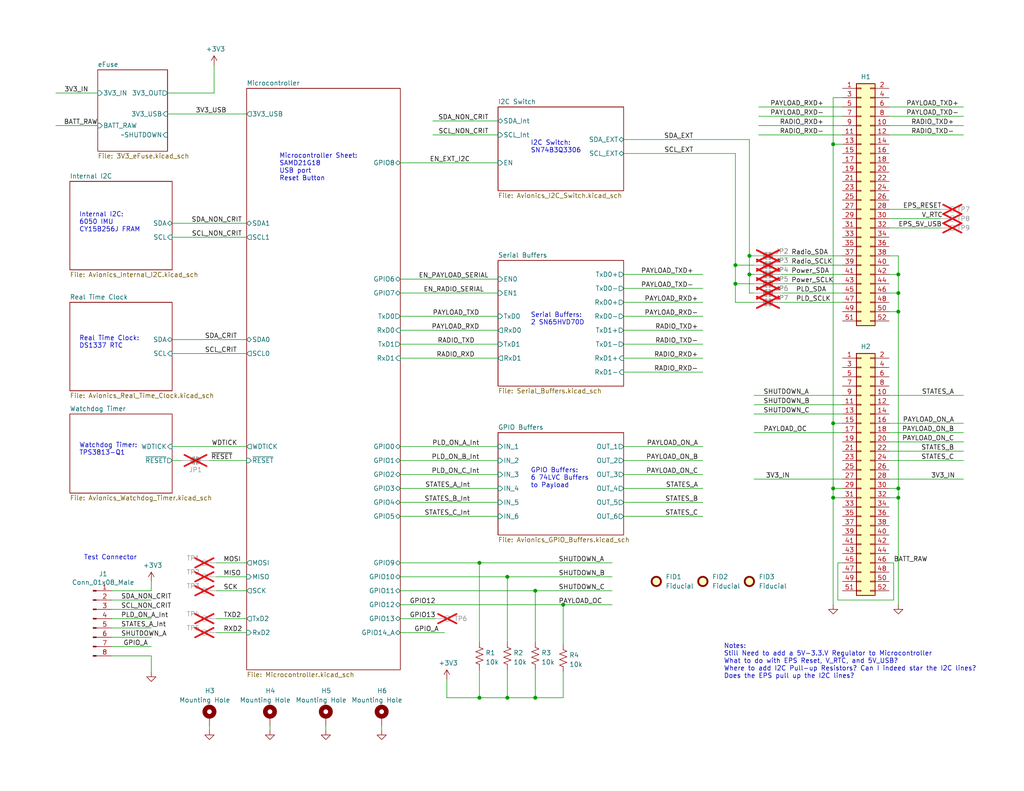
<source format=kicad_sch>
(kicad_sch (version 20231120) (generator "eeschema") (generator_version "8.0")
  (paper "A")
  (title_block (title "Avionics Board") (rev "A") (company "SilverSat Limited"))
  (lib_symbols
    (symbol "Connector:Conn_01x08_Male" (pin_names (offset 1.016) hide)
      (property "Reference" "J" (at 0 10.16 0))
      (property "Value" "Conn_01x08_Male" (at 0 -12.7 0))
      (symbol "Conn_01x08_Male_1_1"
        (polyline (pts (xy 1.27 -10.16) (xy 0.8636 -10.16)) (stroke (width 0.1524)))
        (polyline (pts (xy 1.27 -7.62) (xy 0.8636 -7.62)) (stroke (width 0.1524)))
        (polyline (pts (xy 1.27 -5.08) (xy 0.8636 -5.08)) (stroke (width 0.1524)))
        (polyline (pts (xy 1.27 -2.54) (xy 0.8636 -2.54)) (stroke (width 0.1524)))
        (polyline (pts (xy 1.27 0) (xy 0.8636 0)) (stroke (width 0.1524)))
        (polyline (pts (xy 1.27 2.54) (xy 0.8636 2.54)) (stroke (width 0.1524)))
        (polyline (pts (xy 1.27 5.08) (xy 0.8636 5.08)) (stroke (width 0.1524)))
        (polyline (pts (xy 1.27 7.62) (xy 0.8636 7.62)) (stroke (width 0.1524)))
        (rectangle (start 0.8636 -10.033) (end 0 -10.287) (stroke (width 0.1524)) (fill (type outline)))
        (rectangle (start 0.8636 -7.493) (end 0 -7.747) (stroke (width 0.1524)) (fill (type outline)))
        (rectangle (start 0.8636 -4.953) (end 0 -5.207) (stroke (width 0.1524)) (fill (type outline)))
        (rectangle (start 0.8636 -2.413) (end 0 -2.667) (stroke (width 0.1524)) (fill (type outline)))
        (rectangle (start 0.8636 0.127) (end 0 -0.127) (stroke (width 0.1524)) (fill (type outline)))
        (rectangle (start 0.8636 2.667) (end 0 2.413) (stroke (width 0.1524)) (fill (type outline)))
        (rectangle (start 0.8636 5.207) (end 0 4.953) (stroke (width 0.1524)) (fill (type outline)))
        (rectangle (start 0.8636 7.747) (end 0 7.493) (stroke (width 0.1524)) (fill (type outline)))
        (pin passive line (at 5.08 7.62 180) (length 3.81) (name "Pin_1") (number "1"))
        (pin passive line (at 5.08 5.08 180) (length 3.81) (name "Pin_2") (number "2"))
        (pin passive line (at 5.08 2.54 180) (length 3.81) (name "Pin_3") (number "3"))
        (pin passive line (at 5.08 0 180) (length 3.81) (name "Pin_4") (number "4"))
        (pin passive line (at 5.08 -2.54 180) (length 3.81) (name "Pin_5") (number "5"))
        (pin passive line (at 5.08 -5.08 180) (length 3.81) (name "Pin_6") (number "6"))
        (pin passive line (at 5.08 -7.62 180) (length 3.81) (name "Pin_7") (number "7"))
        (pin passive line (at 5.08 -10.16 180) (length 3.81) (name "Pin_8") (number "8"))
      )
    )
    (symbol "Connector:TestPoint" (pin_numbers hide) (pin_names (offset 0.762) hide)
      (property "Reference" "TP" (at 0 6.858 0))
      (property "Value" "TestPoint" (at 0 5.08 0))
      (symbol "TestPoint_0_1"
        (circle (center 0 3.302) (radius 0.762))
      )
      (symbol "TestPoint_1_1"
        (pin passive line (at 0 0 90) (length 2.54) (name "1") (number "1"))
      )
    )
    (symbol "Connector_Generic:Conn_02x26_Odd_Even" (pin_names (offset 1.016) hide)
      (property "Reference" "J" (at 1.27 33.02 0))
      (property "Value" "Conn_02x26_Odd_Even" (at 1.27 -35.56 0))
      (symbol "Conn_02x26_Odd_Even_1_1"
        (rectangle (start -1.27 -32.893) (end 0 -33.147) (stroke (width 0.1524)))
        (rectangle (start -1.27 -30.353) (end 0 -30.607) (stroke (width 0.1524)))
        (rectangle (start -1.27 -27.813) (end 0 -28.067) (stroke (width 0.1524)))
        (rectangle (start -1.27 -25.273) (end 0 -25.527) (stroke (width 0.1524)))
        (rectangle (start -1.27 -22.733) (end 0 -22.987) (stroke (width 0.1524)))
        (rectangle (start -1.27 -20.193) (end 0 -20.447) (stroke (width 0.1524)))
        (rectangle (start -1.27 -17.653) (end 0 -17.907) (stroke (width 0.1524)))
        (rectangle (start -1.27 -15.113) (end 0 -15.367) (stroke (width 0.1524)))
        (rectangle (start -1.27 -12.573) (end 0 -12.827) (stroke (width 0.1524)))
        (rectangle (start -1.27 -10.033) (end 0 -10.287) (stroke (width 0.1524)))
        (rectangle (start -1.27 -7.493) (end 0 -7.747) (stroke (width 0.1524)))
        (rectangle (start -1.27 -4.953) (end 0 -5.207) (stroke (width 0.1524)))
        (rectangle (start -1.27 -2.413) (end 0 -2.667) (stroke (width 0.1524)))
        (rectangle (start -1.27 0.127) (end 0 -0.127) (stroke (width 0.1524)))
        (rectangle (start -1.27 2.667) (end 0 2.413) (stroke (width 0.1524)))
        (rectangle (start -1.27 5.207) (end 0 4.953) (stroke (width 0.1524)))
        (rectangle (start -1.27 7.747) (end 0 7.493) (stroke (width 0.1524)))
        (rectangle (start -1.27 10.287) (end 0 10.033) (stroke (width 0.1524)))
        (rectangle (start -1.27 12.827) (end 0 12.573) (stroke (width 0.1524)))
        (rectangle (start -1.27 15.367) (end 0 15.113) (stroke (width 0.1524)))
        (rectangle (start -1.27 17.907) (end 0 17.653) (stroke (width 0.1524)))
        (rectangle (start -1.27 20.447) (end 0 20.193) (stroke (width 0.1524)))
        (rectangle (start -1.27 22.987) (end 0 22.733) (stroke (width 0.1524)))
        (rectangle (start -1.27 25.527) (end 0 25.273) (stroke (width 0.1524)))
        (rectangle (start -1.27 28.067) (end 0 27.813) (stroke (width 0.1524)))
        (rectangle (start -1.27 30.607) (end 0 30.353) (stroke (width 0.1524)))
        (rectangle (start -1.27 31.75) (end 3.81 -34.29) (stroke (width 0.254)) (fill (type background)))
        (rectangle (start 3.81 -32.893) (end 2.54 -33.147) (stroke (width 0.1524)))
        (rectangle (start 3.81 -30.353) (end 2.54 -30.607) (stroke (width 0.1524)))
        (rectangle (start 3.81 -27.813) (end 2.54 -28.067) (stroke (width 0.1524)))
        (rectangle (start 3.81 -25.273) (end 2.54 -25.527) (stroke (width 0.1524)))
        (rectangle (start 3.81 -22.733) (end 2.54 -22.987) (stroke (width 0.1524)))
        (rectangle (start 3.81 -20.193) (end 2.54 -20.447) (stroke (width 0.1524)))
        (rectangle (start 3.81 -17.653) (end 2.54 -17.907) (stroke (width 0.1524)))
        (rectangle (start 3.81 -15.113) (end 2.54 -15.367) (stroke (width 0.1524)))
        (rectangle (start 3.81 -12.573) (end 2.54 -12.827) (stroke (width 0.1524)))
        (rectangle (start 3.81 -10.033) (end 2.54 -10.287) (stroke (width 0.1524)))
        (rectangle (start 3.81 -7.493) (end 2.54 -7.747) (stroke (width 0.1524)))
        (rectangle (start 3.81 -4.953) (end 2.54 -5.207) (stroke (width 0.1524)))
        (rectangle (start 3.81 -2.413) (end 2.54 -2.667) (stroke (width 0.1524)))
        (rectangle (start 3.81 0.127) (end 2.54 -0.127) (stroke (width 0.1524)))
        (rectangle (start 3.81 2.667) (end 2.54 2.413) (stroke (width 0.1524)))
        (rectangle (start 3.81 5.207) (end 2.54 4.953) (stroke (width 0.1524)))
        (rectangle (start 3.81 7.747) (end 2.54 7.493) (stroke (width 0.1524)))
        (rectangle (start 3.81 10.287) (end 2.54 10.033) (stroke (width 0.1524)))
        (rectangle (start 3.81 12.827) (end 2.54 12.573) (stroke (width 0.1524)))
        (rectangle (start 3.81 15.367) (end 2.54 15.113) (stroke (width 0.1524)))
        (rectangle (start 3.81 17.907) (end 2.54 17.653) (stroke (width 0.1524)))
        (rectangle (start 3.81 20.447) (end 2.54 20.193) (stroke (width 0.1524)))
        (rectangle (start 3.81 22.987) (end 2.54 22.733) (stroke (width 0.1524)))
        (rectangle (start 3.81 25.527) (end 2.54 25.273) (stroke (width 0.1524)))
        (rectangle (start 3.81 28.067) (end 2.54 27.813) (stroke (width 0.1524)))
        (rectangle (start 3.81 30.607) (end 2.54 30.353) (stroke (width 0.1524)))
        (pin passive line (at -5.08 30.48 0) (length 3.81) (name "Pin_1") (number "1"))
        (pin passive line (at 7.62 20.32 180) (length 3.81) (name "Pin_10") (number "10"))
        (pin passive line (at -5.08 17.78 0) (length 3.81) (name "Pin_11") (number "11"))
        (pin passive line (at 7.62 17.78 180) (length 3.81) (name "Pin_12") (number "12"))
        (pin passive line (at -5.08 15.24 0) (length 3.81) (name "Pin_13") (number "13"))
        (pin passive line (at 7.62 15.24 180) (length 3.81) (name "Pin_14") (number "14"))
        (pin passive line (at -5.08 12.7 0) (length 3.81) (name "Pin_15") (number "15"))
        (pin passive line (at 7.62 12.7 180) (length 3.81) (name "Pin_16") (number "16"))
        (pin passive line (at -5.08 10.16 0) (length 3.81) (name "Pin_17") (number "17"))
        (pin passive line (at 7.62 10.16 180) (length 3.81) (name "Pin_18") (number "18"))
        (pin passive line (at -5.08 7.62 0) (length 3.81) (name "Pin_19") (number "19"))
        (pin passive line (at 7.62 30.48 180) (length 3.81) (name "Pin_2") (number "2"))
        (pin passive line (at 7.62 7.62 180) (length 3.81) (name "Pin_20") (number "20"))
        (pin passive line (at -5.08 5.08 0) (length 3.81) (name "Pin_21") (number "21"))
        (pin passive line (at 7.62 5.08 180) (length 3.81) (name "Pin_22") (number "22"))
        (pin passive line (at -5.08 2.54 0) (length 3.81) (name "Pin_23") (number "23"))
        (pin passive line (at 7.62 2.54 180) (length 3.81) (name "Pin_24") (number "24"))
        (pin passive line (at -5.08 0 0) (length 3.81) (name "Pin_25") (number "25"))
        (pin passive line (at 7.62 0 180) (length 3.81) (name "Pin_26") (number "26"))
        (pin passive line (at -5.08 -2.54 0) (length 3.81) (name "Pin_27") (number "27"))
        (pin passive line (at 7.62 -2.54 180) (length 3.81) (name "Pin_28") (number "28"))
        (pin passive line (at -5.08 -5.08 0) (length 3.81) (name "Pin_29") (number "29"))
        (pin passive line (at -5.08 27.94 0) (length 3.81) (name "Pin_3") (number "3"))
        (pin passive line (at 7.62 -5.08 180) (length 3.81) (name "Pin_30") (number "30"))
        (pin passive line (at -5.08 -7.62 0) (length 3.81) (name "Pin_31") (number "31"))
        (pin passive line (at 7.62 -7.62 180) (length 3.81) (name "Pin_32") (number "32"))
        (pin passive line (at -5.08 -10.16 0) (length 3.81) (name "Pin_33") (number "33"))
        (pin passive line (at 7.62 -10.16 180) (length 3.81) (name "Pin_34") (number "34"))
        (pin passive line (at -5.08 -12.7 0) (length 3.81) (name "Pin_35") (number "35"))
        (pin passive line (at 7.62 -12.7 180) (length 3.81) (name "Pin_36") (number "36"))
        (pin passive line (at -5.08 -15.24 0) (length 3.81) (name "Pin_37") (number "37"))
        (pin passive line (at 7.62 -15.24 180) (length 3.81) (name "Pin_38") (number "38"))
        (pin passive line (at -5.08 -17.78 0) (length 3.81) (name "Pin_39") (number "39"))
        (pin passive line (at 7.62 27.94 180) (length 3.81) (name "Pin_4") (number "4"))
        (pin passive line (at 7.62 -17.78 180) (length 3.81) (name "Pin_40") (number "40"))
        (pin passive line (at -5.08 -20.32 0) (length 3.81) (name "Pin_41") (number "41"))
        (pin passive line (at 7.62 -20.32 180) (length 3.81) (name "Pin_42") (number "42"))
        (pin passive line (at -5.08 -22.86 0) (length 3.81) (name "Pin_43") (number "43"))
        (pin passive line (at 7.62 -22.86 180) (length 3.81) (name "Pin_44") (number "44"))
        (pin passive line (at -5.08 -25.4 0) (length 3.81) (name "Pin_45") (number "45"))
        (pin passive line (at 7.62 -25.4 180) (length 3.81) (name "Pin_46") (number "46"))
        (pin passive line (at -5.08 -27.94 0) (length 3.81) (name "Pin_47") (number "47"))
        (pin passive line (at 7.62 -27.94 180) (length 3.81) (name "Pin_48") (number "48"))
        (pin passive line (at -5.08 -30.48 0) (length 3.81) (name "Pin_49") (number "49"))
        (pin passive line (at -5.08 25.4 0) (length 3.81) (name "Pin_5") (number "5"))
        (pin passive line (at 7.62 -30.48 180) (length 3.81) (name "Pin_50") (number "50"))
        (pin passive line (at -5.08 -33.02 0) (length 3.81) (name "Pin_51") (number "51"))
        (pin passive line (at 7.62 -33.02 180) (length 3.81) (name "Pin_52") (number "52"))
        (pin passive line (at 7.62 25.4 180) (length 3.81) (name "Pin_6") (number "6"))
        (pin passive line (at -5.08 22.86 0) (length 3.81) (name "Pin_7") (number "7"))
        (pin passive line (at 7.62 22.86 180) (length 3.81) (name "Pin_8") (number "8"))
        (pin passive line (at -5.08 20.32 0) (length 3.81) (name "Pin_9") (number "9"))
      )
    )
    (symbol "Device:R_US" (pin_numbers hide) (pin_names (offset 0))
      (property "Reference" "R" (at 2.54 0 90))
      (property "Value" "R_US" (at -2.54 0 90))
      (symbol "R_US_0_1"
        (polyline (pts (xy 0 -2.286) (xy 0 -2.54)))
        (polyline (pts (xy 0 2.286) (xy 0 2.54)))
        (polyline (pts (xy 0 -0.762) (xy 1.016 -1.143) (xy 0 -1.524) (xy -1.016 -1.905) (xy 0 -2.286)))
        (polyline (pts (xy 0 0.762) (xy 1.016 0.381) (xy 0 0) (xy -1.016 -0.381) (xy 0 -0.762)))
        (polyline (pts (xy 0 2.286) (xy 1.016 1.905) (xy 0 1.524) (xy -1.016 1.143) (xy 0 0.762)))
      )
      (symbol "R_US_1_1"
        (pin passive line (at 0 3.81 270) (length 1.27) (name "~") (number "1"))
        (pin passive line (at 0 -3.81 90) (length 1.27) (name "~") (number "2"))
      )
    )
    (symbol "Jumper:SolderJumper_2_Bridged" (pin_numbers hide) (pin_names (offset 0) hide)
      (property "Reference" "JP" (at 0 2.032 0))
      (property "Value" "SolderJumper_2_Bridged" (at 0 -2.54 0))
      (symbol "SolderJumper_2_Bridged_0_1"
        (rectangle (start -0.508 0.508) (end 0.508 -0.508) (fill (type outline)))
        (arc (start -0.254 1.016) (mid -1.2656 0) (end -0.254 -1.016))
        (arc (start -0.254 1.016) (mid -1.2656 0) (end -0.254 -1.016) (fill (type outline)))
        (polyline (pts (xy -0.254 1.016) (xy -0.254 -1.016)))
        (polyline (pts (xy 0.254 1.016) (xy 0.254 -1.016)))
        (arc (start 0.254 -1.016) (mid 1.2656 0) (end 0.254 1.016))
        (arc (start 0.254 -1.016) (mid 1.2656 0) (end 0.254 1.016) (fill (type outline)))
      )
      (symbol "SolderJumper_2_Bridged_1_1"
        (pin passive line (at -3.81 0 0) (length 2.54) (name "A") (number "1"))
        (pin passive line (at 3.81 0 180) (length 2.54) (name "B") (number "2"))
      )
    )
    (symbol "Mechanical:Fiducial"
      (property "Reference" "FID" (at 0 5.08 0))
      (property "Value" "Fiducial" (at 0 3.175 0))
      (symbol "Fiducial_0_1"
        (circle (center 0 0) (radius 1.27) (stroke (width 0.508)) (fill (type background)))
      )
    )
    (symbol "Mechanical:MountingHole_Pad" (pin_numbers hide) (pin_names (offset 1.016) hide)
      (property "Reference" "H" (at 0 6.35 0))
      (property "Value" "MountingHole_Pad" (at 0 4.445 0))
      (symbol "MountingHole_Pad_0_1"
        (circle (center 0 1.27) (radius 1.27) (stroke (width 1.27)))
      )
      (symbol "MountingHole_Pad_1_1"
        (pin input line (at 0 -2.54 90) (length 2.54) (name "1") (number "1"))
      )
    )
    (symbol "MountingHole_Pad_1" (pin_numbers hide) (pin_names (offset 1.016) hide)
      (property "Reference" "H" (at 0 6.35 0))
      (property "Value" "MountingHole_Pad" (at 0 4.445 0))
      (symbol "MountingHole_Pad_1_0_1"
        (circle (center 0 1.27) (radius 1.27) (stroke (width 1.27)))
      )
      (symbol "MountingHole_Pad_1_1_1"
        (pin input line (at 0 -2.54 90) (length 2.54) (name "1") (number "1"))
      )
    )
    (symbol "SolderJumper_2_Bridged_1" (pin_numbers hide) (pin_names (offset 0) hide)
      (property "Reference" "JP" (at 0 2.032 0))
      (property "Value" "SolderJumper_2_Bridged_1" (at 0 -2.54 0))
      (symbol "SolderJumper_2_Bridged_1_0_1"
        (rectangle (start -0.508 0.508) (end 0.508 -0.508) (fill (type outline)))
        (arc (start -0.254 1.016) (mid -1.2656 0) (end -0.254 -1.016))
        (arc (start -0.254 1.016) (mid -1.2656 0) (end -0.254 -1.016) (fill (type outline)))
        (polyline (pts (xy -0.254 1.016) (xy -0.254 -1.016)))
        (polyline (pts (xy 0.254 1.016) (xy 0.254 -1.016)))
        (arc (start 0.254 -1.016) (mid 1.2656 0) (end 0.254 1.016))
        (arc (start 0.254 -1.016) (mid 1.2656 0) (end 0.254 1.016) (fill (type outline)))
      )
      (symbol "SolderJumper_2_Bridged_1_1_1"
        (pin passive line (at -3.81 0 0) (length 2.54) (name "A") (number "1"))
        (pin passive line (at 3.81 0 180) (length 2.54) (name "B") (number "2"))
      )
    )
    (symbol "power:+3.3V" (power) (pin_names (offset 0))
      (property "Value" "+3.3V" (at 0 3.556 0))
      (symbol "+3.3V_0_1"
        (polyline (pts (xy -0.762 1.27) (xy 0 2.54)))
        (polyline (pts (xy 0 0) (xy 0 2.54)))
        (polyline (pts (xy 0 2.54) (xy 0.762 1.27)))
      )
      (symbol "+3.3V_1_1"
        (pin power_in line (at 0 0 90) (length 0) hide (name "+3V3") (number "1"))
      )
    )
    (symbol "power:GND" (power) (pin_names (offset 0))
      (property "Value" "GND" (at 0 -3.81 0))
      (symbol "GND_0_1"
        (polyline (pts (xy 0 0) (xy 0 -1.27) (xy 1.27 -1.27) (xy 0 -2.54) (xy -1.27 -1.27) (xy 0 -1.27)))
      )
      (symbol "GND_1_1"
        (pin power_in line (at 0 0 270) (length 0) hide (name "GND") (number "1"))
      )
    )
  )
  (junction (at 227.33 39.37))
  (junction (at 245.11 135.89))
  (junction (at 146.05 161.29))
  (junction (at 227.33 135.89))
  (junction (at 200.66 72.39))
  (junction (at 227.33 133.35))
  (junction (at 146.05 190.5))
  (junction (at 245.11 80.01))
  (junction (at 204.47 69.85))
  (junction (at 245.11 85.09))
  (junction (at 130.81 153.67))
  (junction (at 153.67 165.1))
  (junction (at 200.66 77.47))
  (junction (at 245.11 74.93))
  (junction (at 227.33 115.57))
  (junction (at 138.43 157.48))
  (junction (at 130.81 190.5))
  (junction (at 138.43 190.5))
  (junction (at 204.47 74.93))
  (junction (at 245.11 133.35))
  (wire (pts (xy 138.43 190.5) (xy 146.05 190.5)))
  (wire (pts (xy 30.48 168.91) (xy 41.275 168.91)))
  (wire (pts (xy 59.055 161.29) (xy 67.31 161.29)))
  (wire (pts (xy 121.92 190.5) (xy 121.92 185.42)))
  (wire (pts (xy 245.11 133.35) (xy 245.11 135.89)))
  (wire (pts (xy 30.48 161.29) (xy 41.275 161.29)))
  (wire (pts (xy 207.01 29.21) (xy 229.87 29.21)))
  (wire (pts (xy 67.31 64.77) (xy 46.99 64.77)))
  (wire (pts (xy 227.33 135.89) (xy 229.87 135.89)))
  (wire (pts (xy 228.6 153.67) (xy 228.6 163.83)))
  (wire (pts (xy 227.33 115.57) (xy 227.33 133.35)))
  (wire (pts (xy 200.66 41.91) (xy 200.66 72.39)))
  (wire (pts (xy 213.36 69.85) (xy 229.87 69.85)))
  (wire (pts (xy 213.36 77.47) (xy 229.87 77.47)))
  (wire (pts (xy 30.48 179.07) (xy 41.275 179.07)))
  (wire (pts (xy 46.99 96.52) (xy 67.31 96.52)))
  (wire (pts (xy 15.24 34.29) (xy 26.67 34.29)))
  (wire (pts (xy 46.99 125.73) (xy 49.53 125.73)))
  (wire (pts (xy 135.89 76.2) (xy 109.22 76.2)))
  (wire (pts (xy 26.67 25.4) (xy 15.24 25.4)))
  (wire (pts (xy 109.22 137.16) (xy 135.89 137.16)))
  (wire (pts (xy 242.57 59.69) (xy 256.54 59.69)))
  (wire (pts (xy 243.84 163.83) (xy 243.84 153.67)))
  (wire (pts (xy 153.67 165.1) (xy 153.67 175.895)))
  (wire (pts (xy 109.22 121.92) (xy 135.89 121.92)))
  (wire (pts (xy 46.99 121.92) (xy 67.31 121.92)))
  (wire (pts (xy 227.33 133.35) (xy 229.87 133.35)))
  (wire (pts (xy 200.66 72.39) (xy 205.74 72.39)))
  (wire (pts (xy 245.11 74.93) (xy 245.11 80.01)))
  (wire (pts (xy 170.18 86.36) (xy 191.77 86.36)))
  (wire (pts (xy 213.36 82.55) (xy 229.87 82.55)))
  (wire (pts (xy 242.57 29.21) (xy 262.89 29.21)))
  (wire (pts (xy 242.57 135.89) (xy 245.11 135.89)))
  (wire (pts (xy 135.89 33.02) (xy 118.11 33.02)))
  (wire (pts (xy 135.89 44.45) (xy 109.22 44.45)))
  (wire (pts (xy 109.22 168.91) (xy 118.745 168.91)))
  (wire (pts (xy 242.57 69.85) (xy 245.11 69.85)))
  (wire (pts (xy 109.22 153.67) (xy 130.81 153.67)))
  (wire (pts (xy 170.18 121.92) (xy 191.77 121.92)))
  (wire (pts (xy 30.48 163.83) (xy 41.275 163.83)))
  (wire (pts (xy 227.33 26.67) (xy 229.87 26.67)))
  (wire (pts (xy 135.89 97.79) (xy 109.22 97.79)))
  (wire (pts (xy 205.74 82.55) (xy 200.66 82.55)))
  (wire (pts (xy 213.36 74.93) (xy 229.87 74.93)))
  (wire (pts (xy 205.74 80.01) (xy 204.47 80.01)))
  (wire (pts (xy 130.81 175.26) (xy 130.81 153.67)))
  (wire (pts (xy 204.47 69.85) (xy 205.74 69.85)))
  (wire (pts (xy 67.31 92.71) (xy 46.99 92.71)))
  (wire (pts (xy 204.47 74.93) (xy 204.47 80.01)))
  (wire (pts (xy 59.055 172.72) (xy 67.31 172.72)))
  (wire (pts (xy 109.22 172.72) (xy 121.285 172.72)))
  (wire (pts (xy 242.57 36.83) (xy 262.89 36.83)))
  (wire (pts (xy 130.81 182.88) (xy 130.81 190.5)))
  (wire (pts (xy 57.15 198.12) (xy 57.15 199.39)))
  (wire (pts (xy 227.33 39.37) (xy 227.33 115.57)))
  (wire (pts (xy 59.055 168.91) (xy 67.31 168.91)))
  (wire (pts (xy 170.18 140.97) (xy 191.77 140.97)))
  (wire (pts (xy 45.72 25.4) (xy 58.42 25.4)))
  (wire (pts (xy 57.15 125.73) (xy 67.31 125.73)))
  (wire (pts (xy 207.01 31.75) (xy 229.87 31.75)))
  (wire (pts (xy 242.57 107.95) (xy 262.89 107.95)))
  (wire (pts (xy 104.14 198.12) (xy 104.14 199.39)))
  (wire (pts (xy 138.43 157.48) (xy 167.005 157.48)))
  (wire (pts (xy 245.11 69.85) (xy 245.11 74.93)))
  (wire (pts (xy 170.18 74.93) (xy 191.77 74.93)))
  (wire (pts (xy 213.36 80.01) (xy 229.87 80.01)))
  (wire (pts (xy 242.57 62.23) (xy 256.54 62.23)))
  (wire (pts (xy 170.18 125.73) (xy 191.77 125.73)))
  (wire (pts (xy 242.57 34.29) (xy 262.89 34.29)))
  (wire (pts (xy 205.74 107.95) (xy 229.87 107.95)))
  (wire (pts (xy 73.66 198.12) (xy 73.66 199.39)))
  (wire (pts (xy 242.57 57.15) (xy 256.54 57.15)))
  (wire (pts (xy 170.18 129.54) (xy 191.77 129.54)))
  (wire (pts (xy 242.57 153.67) (xy 243.84 153.67)))
  (wire (pts (xy 207.01 36.83) (xy 229.87 36.83)))
  (wire (pts (xy 109.22 93.98) (xy 135.89 93.98)))
  (wire (pts (xy 242.57 130.81) (xy 262.89 130.81)))
  (wire (pts (xy 170.18 101.6) (xy 191.77 101.6)))
  (wire (pts (xy 135.89 90.17) (xy 109.22 90.17)))
  (wire (pts (xy 170.18 90.17) (xy 191.77 90.17)))
  (wire (pts (xy 170.18 133.35) (xy 191.77 133.35)))
  (wire (pts (xy 242.57 74.93) (xy 245.11 74.93)))
  (wire (pts (xy 204.47 38.1) (xy 204.47 69.85)))
  (wire (pts (xy 59.055 153.67) (xy 67.31 153.67)))
  (wire (pts (xy 45.72 31.115) (xy 67.31 31.115)))
  (wire (pts (xy 227.33 115.57) (xy 229.87 115.57)))
  (wire (pts (xy 146.05 161.29) (xy 167.005 161.29)))
  (wire (pts (xy 227.33 135.89) (xy 227.33 165.1)))
  (wire (pts (xy 170.18 82.55) (xy 191.77 82.55)))
  (wire (pts (xy 227.33 26.67) (xy 227.33 39.37)))
  (wire (pts (xy 205.74 130.81) (xy 229.87 130.81)))
  (wire (pts (xy 242.57 120.65) (xy 262.89 120.65)))
  (wire (pts (xy 138.43 182.88) (xy 138.43 190.5)))
  (wire (pts (xy 242.57 125.73) (xy 262.89 125.73)))
  (wire (pts (xy 109.22 165.1) (xy 153.67 165.1)))
  (wire (pts (xy 135.89 133.35) (xy 109.22 133.35)))
  (wire (pts (xy 205.74 110.49) (xy 229.87 110.49)))
  (wire (pts (xy 204.47 74.93) (xy 205.74 74.93)))
  (wire (pts (xy 135.89 36.83) (xy 118.11 36.83)))
  (wire (pts (xy 146.05 182.88) (xy 146.05 190.5)))
  (wire (pts (xy 30.48 176.53) (xy 41.275 176.53)))
  (wire (pts (xy 135.89 80.01) (xy 109.22 80.01)))
  (wire (pts (xy 245.11 85.09) (xy 245.11 133.35)))
  (wire (pts (xy 205.74 113.03) (xy 229.87 113.03)))
  (wire (pts (xy 146.05 190.5) (xy 153.67 190.5)))
  (wire (pts (xy 229.87 153.67) (xy 228.6 153.67)))
  (wire (pts (xy 30.48 166.37) (xy 41.275 166.37)))
  (wire (pts (xy 242.57 31.75) (xy 262.89 31.75)))
  (wire (pts (xy 200.66 77.47) (xy 205.74 77.47)))
  (wire (pts (xy 135.89 125.73) (xy 109.22 125.73)))
  (wire (pts (xy 58.42 25.4) (xy 58.42 17.78)))
  (wire (pts (xy 130.81 153.67) (xy 167.005 153.67)))
  (wire (pts (xy 138.43 157.48) (xy 138.43 175.26)))
  (wire (pts (xy 109.22 129.54) (xy 135.89 129.54)))
  (wire (pts (xy 200.66 72.39) (xy 200.66 77.47)))
  (wire (pts (xy 205.74 118.11) (xy 229.87 118.11)))
  (wire (pts (xy 130.81 190.5) (xy 121.92 190.5)))
  (wire (pts (xy 153.67 165.1) (xy 167.005 165.1)))
  (wire (pts (xy 41.275 158.75) (xy 41.275 161.29)))
  (wire (pts (xy 170.18 38.1) (xy 204.47 38.1)))
  (wire (pts (xy 59.055 157.48) (xy 67.31 157.48)))
  (wire (pts (xy 245.11 80.01) (xy 245.11 85.09)))
  (wire (pts (xy 30.48 173.99) (xy 41.275 173.99)))
  (wire (pts (xy 242.57 123.19) (xy 262.89 123.19)))
  (wire (pts (xy 242.57 115.57) (xy 262.89 115.57)))
  (wire (pts (xy 227.33 133.35) (xy 227.33 135.89)))
  (wire (pts (xy 200.66 77.47) (xy 200.66 82.55)))
  (wire (pts (xy 109.22 86.36) (xy 135.89 86.36)))
  (wire (pts (xy 204.47 69.85) (xy 204.47 74.93)))
  (wire (pts (xy 228.6 163.83) (xy 243.84 163.83)))
  (wire (pts (xy 170.18 137.16) (xy 191.77 137.16)))
  (wire (pts (xy 30.48 171.45) (xy 41.275 171.45)))
  (wire (pts (xy 242.57 133.35) (xy 245.11 133.35)))
  (wire (pts (xy 213.36 72.39) (xy 229.87 72.39)))
  (wire (pts (xy 46.99 60.96) (xy 67.31 60.96)))
  (wire (pts (xy 242.57 80.01) (xy 245.11 80.01)))
  (wire (pts (xy 245.11 135.89) (xy 245.11 165.1)))
  (wire (pts (xy 146.05 161.29) (xy 146.05 175.26)))
  (wire (pts (xy 170.18 78.74) (xy 191.77 78.74)))
  (wire (pts (xy 153.67 183.515) (xy 153.67 190.5)))
  (wire (pts (xy 170.18 93.98) (xy 191.77 93.98)))
  (wire (pts (xy 109.22 161.29) (xy 146.05 161.29)))
  (wire (pts (xy 242.57 118.11) (xy 262.89 118.11)))
  (wire (pts (xy 135.89 140.97) (xy 109.22 140.97)))
  (wire (pts (xy 88.9 198.12) (xy 88.9 199.39)))
  (wire (pts (xy 130.81 190.5) (xy 138.43 190.5)))
  (wire (pts (xy 170.18 41.91) (xy 200.66 41.91)))
  (wire (pts (xy 41.275 179.07) (xy 41.275 183.515)))
  (wire (pts (xy 109.22 157.48) (xy 138.43 157.48)))
  (wire (pts (xy 227.33 39.37) (xy 229.87 39.37)))
  (wire (pts (xy 170.18 97.79) (xy 191.77 97.79)))
  (wire (pts (xy 207.01 34.29) (xy 229.87 34.29)))
  (wire (pts (xy 242.57 85.09) (xy 245.11 85.09)))
  (text "GPIO Buffers:\n6 74LVC Buffers\nto Payload" (at 144.78 133.35 0) (effects (font (size 1.27 1.27)) (justify left bottom)))
  (text "Serial Buffers:\n2 SN65HVD70D" (at 144.78 88.9 0) (effects (font (size 1.27 1.27)) (justify left bottom)))
  (text "Watchdog Timer:\nTPS3813-Q1 " (at 21.59 124.46 0) (effects (font (size 1.27 1.27)) (justify left bottom)))
  (text "Real Time Clock:\nDS1337 RTC" (at 21.59 95.25 0) (effects (font (size 1.27 1.27)) (justify left bottom)))
  (text "Microcontroller Sheet:\nSAMD21G18\nUSB port\nReset Button" (at 76.2 49.53 0) (effects (font (size 1.27 1.27)) (justify left bottom)))
  (text "Notes:\nStill Need to add a 5V-3.3.V Regulator to Microcontroller\nWhat to do with EPS Reset, V_RTC, and 5V_USB?\nWhere to add I2C Pull-up Resistors? Can I indeed star the I2C lines?\nDoes the EPS pull up the I2C lines?" (at 197.485 185.42 0) (effects (font (size 1.27 1.27)) (justify left bottom)))
  (text "Internal I2C:\n6050 IMU\nCY15B256J FRAM" (at 21.59 63.5 0) (effects (font (size 1.27 1.27)) (justify left bottom)))
  (text "I2C Switch:\nSN74B3Q3306" (at 144.78 41.91 0) (effects (font (size 1.27 1.27)) (justify left bottom)))
  (text "Test Connector" (at 22.86 153.035 0) (effects (font (size 1.27 1.27)) (justify left bottom)))
  (label "SDA_NON_CRIT" (at 66.04 60.96 180))
  (label "PLD_ON_C_Int" (at 130.81 129.54 180))
  (label "BATT_RAW" (at 26.67 34.29 180))
  (label "3V3_USB" (at 53.34 31.115 0))
  (label "BATT_RAW" (at 243.84 153.67 0))
  (label "SHUTDOWN_B" (at 152.4 157.48 0))
  (label "SCL_NON_CRIT" (at 133.35 36.83 180))
  (label "RADIO_TXD-" (at 260.35 36.83 180))
  (label "PAYLOAD_OC" (at 208.28 118.11 0))
  (label "PAYLOAD_ON_B" (at 260.35 118.11 180))
  (label "RADIO_TXD+" (at 190.5 90.17 180))
  (label "3V3_IN" (at 24.13 25.4 180))
  (label "TXD2" (at 60.96 168.91 0))
  (label "SCL_NON_CRIT" (at 33.02 166.37 0))
  (label "STATES_C" (at 260.35 125.73 180))
  (label "PAYLOAD_OC" (at 152.4 165.1 0))
  (label "RXD2" (at 60.96 172.72 0))
  (label "PAYLOAD_ON_A" (at 190.5 121.92 180))
  (label "MISO" (at 60.96 157.48 0))
  (label "SDA_CRIT" (at 55.88 92.71 0))
  (label "PAYLOAD_ON_A" (at 260.35 115.57 180))
  (label "PAYLOAD_RXD-" (at 224.79 31.75 180))
  (label "3V3_IN" (at 208.915 130.81 0))
  (label "PLD_ON_A_Int" (at 33.02 168.91 0))
  (label "PAYLOAD_TXD+" (at 261.62 29.21 180))
  (label "EN_PAYLOAD_SERIAL" (at 133.35 76.2 180))
  (label "RADIO_RXD" (at 129.54 97.79 180))
  (label "PAYLOAD_RXD+" (at 190.5 82.55 180))
  (label "PAYLOAD_ON_B" (at 190.5 125.73 180))
  (label "GPIO_A" (at 113.03 172.72 0))
  (label "SHUTDOWN_C" (at 208.28 113.03 0))
  (label "GPIO12" (at 111.76 165.1 0))
  (label "STATES_B" (at 190.5 137.16 180))
  (label "EN_RADIO_SERIAL" (at 132.08 80.01 180))
  (label "MOSI" (at 60.96 153.67 0))
  (label "RADIO_RXD+" (at 224.79 34.29 180))
  (label "SHUTDOWN_B" (at 208.28 110.49 0))
  (label "Radio_SDA" (at 215.9 69.85 0))
  (label "RADIO_RXD+" (at 190.5 97.79 180))
  (label "WDTICK" (at 64.77 121.92 180))
  (label "RADIO_RXD-" (at 224.79 36.83 180))
  (label "~{RESET}" (at 63.5 125.73 180))
  (label "PLD_ON_A_Int" (at 130.81 121.92 180))
  (label "Radio_SCLK" (at 215.9 72.39 0))
  (label "STATES_A_Int" (at 128.27 133.35 180))
  (label "RADIO_TXD" (at 129.54 93.98 180))
  (label "PAYLOAD_TXD-" (at 261.62 31.75 180))
  (label "PAYLOAD_ON_C" (at 190.5 129.54 180))
  (label "3V3_IN" (at 254 130.81 0))
  (label "Power_SCLK" (at 215.9 77.47 0))
  (label "PLD_SCLK" (at 217.17 82.55 0))
  (label "RADIO_RXD-" (at 190.5 101.6 180))
  (label "EN_EXT_I2C" (at 128.27 44.45 180))
  (label "SHUTDOWN_C" (at 152.4 161.29 0))
  (label "STATES_B_Int" (at 128.27 137.16 180))
  (label "PAYLOAD_TXD-" (at 189.23 78.74 180))
  (label "STATES_A_Int" (at 33.02 171.45 0))
  (label "PAYLOAD_ON_C" (at 260.35 120.65 180))
  (label "PAYLOAD_RXD" (at 130.81 90.17 180))
  (label "GPIO13" (at 111.76 168.91 0))
  (label "STATES_A" (at 260.35 107.95 180))
  (label "SCL_EXT" (at 189.23 41.91 180))
  (label "RADIO_TXD+" (at 260.35 34.29 180))
  (label "SDA_NON_CRIT" (at 33.02 163.83 0))
  (label "SCK" (at 60.96 161.29 0))
  (label "SCL_CRIT" (at 55.88 96.52 0))
  (label "EPS_5V_USB" (at 245.11 62.23 0))
  (label "SDA_EXT" (at 189.23 38.1 180))
  (label "STATES_A" (at 190.5 133.35 180))
  (label "PAYLOAD_RXD+" (at 224.79 29.21 180))
  (label "SDA_NON_CRIT" (at 133.35 33.02 180))
  (label "PLD_SDA" (at 217.17 80.01 0))
  (label "RADIO_TXD-" (at 190.5 93.98 180))
  (label "SHUTDOWN_A" (at 152.4 153.67 0))
  (label "SHUTDOWN_A" (at 33.02 173.99 0))
  (label "EPS_RESET" (at 246.38 57.15 0))
  (label "SCL_NON_CRIT" (at 66.04 64.77 180))
  (label "STATES_C" (at 190.5 140.97 180))
  (label "GPIO_A" (at 33.655 176.53 0))
  (label "V_RTC" (at 251.46 59.69 0))
  (label "PAYLOAD_TXD" (at 130.81 86.36 180))
  (label "PAYLOAD_RXD-" (at 190.5 86.36 180))
  (label "STATES_C_Int" (at 128.27 140.97 180))
  (label "Power_SDA" (at 215.9 74.93 0))
  (label "SHUTDOWN_A" (at 208.28 107.95 0))
  (label "PLD_ON_B_Int" (at 130.81 125.73 180))
  (label "STATES_B" (at 260.35 123.19 180))
  (label "PAYLOAD_TXD+" (at 189.23 74.93 180))
  (symbol (lib_id "Connector_Generic:Conn_02x26_Odd_Even") (at 234.95 54.61 0) (unit 1)
    (property "Reference" "H1" (at 236.22 20.955 0))
    (property "Value" "Conn_02x26_Odd_Even" (effects (hide yes)))
    (property "Footprint" "SilverSat_footprints:TheBus2x26" (effects (hide yes)))
    (property "Manufacturer" "Samtec" (effects (hide yes)))
    (property "Part_Number" "ESQ-126-37-G-D" (effects (hide yes)))
    (property "MPN" "ESQ-126-37-G-D" (effects (hide yes)))
  )
  (symbol (lib_id "Connector_Generic:Conn_02x26_Odd_Even") (at 234.95 128.27 0) (unit 1)
    (property "Reference" "H2" (at 236.22 94.615 0))
    (property "Value" "Conn_02x26_Odd_Even" (effects (hide yes)))
    (property "Footprint" "SilverSat_footprints:TheBus2x26" (effects (hide yes)))
    (property "Manufacturer" "Samtec" (effects (hide yes)))
    (property "Part_Number" "ESQ-126-37-G-D" (effects (hide yes)))
    (property "MPN" "ESQ-126-37-G-D" (effects (hide yes)))
  )
  (symbol (lib_id "power:+3.3V") (at 58.42 17.78 0) (unit 1)
    (property "Reference" "#PWR0104" (effects (hide yes)))
    (property "Value" "+3V3" (at 58.801 13.3858 0))
  )
  (symbol (lib_id "Connector:TestPoint") (at 256.54 59.69 270) (unit 1) (in_bom no) (dnp yes)
    (property "Reference" "TP8" (at 262.89 59.69 90))
    (property "Value" "V_RTC" (effects (hide yes)))
    (property "Footprint" "TestPoint:TestPoint_Pad_2.0x2.0mm" (effects (hide yes)))
  )
  (symbol (lib_id "Connector:TestPoint") (at 59.055 153.67 90) (unit 1) (in_bom no) (dnp yes)
    (property "Reference" "TP1" (at 52.705 152.4 90))
    (property "Value" "MOSI" (effects (hide yes)))
    (property "Footprint" "TestPoint:TestPoint_Pad_2.0x2.0mm" (effects (hide yes)))
  )
  (symbol (lib_id "Connector:TestPoint") (at 59.055 172.72 90) (unit 1) (in_bom no) (dnp yes)
    (property "Reference" "TP5" (at 52.705 171.45 90))
    (property "Value" "RXD2" (effects (hide yes)))
    (property "Footprint" "TestPoint:TestPoint_Pad_2.0x2.0mm" (effects (hide yes)))
  )
  (symbol (lib_id "Mechanical:MountingHole_Pad") (at 104.14 195.58 0) (unit 1) (in_bom no)
    (property "Reference" "H6" (at 102.87 188.595 0) (effects (justify left)))
    (property "Value" "Mounting Hole" (at 95.885 191.135 0) (effects (justify left)))
    (property "Footprint" "MountingHole:MountingHole_3.2mm_M3_Pad" (effects (hide yes)))
  )
  (symbol (lib_id "Device:R_US") (at 130.81 179.07 0) (unit 1)
    (property "Reference" "R1" (at 132.461 178.2353 0) (effects (justify left)))
    (property "Value" "10k" (at 132.461 180.7722 0) (effects (justify left)))
    (property "Footprint" "Resistor_SMD:R_0603_1608Metric" (effects (hide yes)))
    (property "Part_Number" "ERJ-3EKF1002V" (effects (hide yes)))
    (property "MPN" "ERJ-3RBD1002V" (effects (hide yes)))
    (property "Manufacturer" "Panasonic" (effects (hide yes)))
  )
  (symbol (lib_name "MountingHole_Pad_1") (lib_id "Mechanical:MountingHole_Pad") (at 57.15 195.58 0) (unit 1) (in_bom no)
    (property "Reference" "H3" (at 55.88 188.595 0) (effects (justify left)))
    (property "Value" "Mounting Hole" (at 48.895 191.135 0) (effects (justify left)))
    (property "Footprint" "MountingHole:MountingHole_3.2mm_M3_Pad" (effects (hide yes)))
  )
  (symbol (lib_id "power:GND") (at 57.15 199.39 0) (unit 1)
    (property "Reference" "#PWR030" (effects (hide yes)))
    (property "Value" "GND" (effects (hide yes)))
  )
  (symbol (lib_id "Connector:TestPoint") (at 59.055 161.29 90) (unit 1) (in_bom no) (dnp yes)
    (property "Reference" "TP3" (at 52.705 160.02 90))
    (property "Value" "SCK" (effects (hide yes)))
    (property "Footprint" "TestPoint:TestPoint_Pad_2.0x2.0mm" (effects (hide yes)))
  )
  (symbol (lib_id "Jumper:SolderJumper_2_Bridged") (at 209.55 72.39 0) (unit 1) (on_board no) (dnp yes)
    (property "Reference" "JP3" (at 213.36 71.12 0))
    (property "Value" "SolderJumper_2_Bridged" (effects (hide yes)))
    (property "Footprint" "Jumper:SolderJumper-2_P1.3mm_Open_RoundedPad1.0x1.5mm" (effects (hide yes)))
  )
  (symbol (lib_id "Connector:TestPoint") (at 59.055 168.91 90) (unit 1) (in_bom no) (dnp yes)
    (property "Reference" "TP4" (at 52.705 167.64 90))
    (property "Value" "TXD2" (effects (hide yes)))
    (property "Footprint" "TestPoint:TestPoint_Pad_2.0x2.0mm" (effects (hide yes)))
  )
  (symbol (lib_id "Connector:TestPoint") (at 256.54 57.15 270) (unit 1) (in_bom no) (dnp yes)
    (property "Reference" "TP7" (at 262.89 57.15 90))
    (property "Value" "EPS_RESET" (effects (hide yes)))
    (property "Footprint" "TestPoint:TestPoint_Pad_2.0x2.0mm" (effects (hide yes)))
  )
  (symbol (lib_id "Connector:TestPoint") (at 118.745 168.91 270) (unit 1) (in_bom no) (dnp yes)
    (property "Reference" "TP6" (at 125.73 168.91 90))
    (property "Value" "GPIO13" (effects (hide yes)))
    (property "Footprint" "TestPoint:TestPoint_Pad_2.0x2.0mm" (effects (hide yes)))
  )
  (symbol (lib_id "power:GND") (at 88.9 199.39 0) (unit 1)
    (property "Reference" "#PWR032" (effects (hide yes)))
    (property "Value" "GND" (effects (hide yes)))
  )
  (symbol (lib_id "power:GND") (at 245.11 165.1 0) (unit 1)
    (property "Reference" "#PWR0102" (effects (hide yes)))
    (property "Value" "GND" (effects (hide yes)))
  )
  (symbol (lib_id "Mechanical:MountingHole_Pad") (at 88.9 195.58 0) (unit 1) (in_bom no)
    (property "Reference" "H5" (at 87.63 188.595 0) (effects (justify left)))
    (property "Value" "Mounting Hole" (at 80.645 191.135 0) (effects (justify left)))
    (property "Footprint" "MountingHole:MountingHole_3.2mm_M3_Pad" (effects (hide yes)))
  )
  (symbol (lib_name "SolderJumper_2_Bridged_1") (lib_id "Jumper:SolderJumper_2_Bridged") (at 209.55 69.85 0) (unit 1) (in_bom no) (dnp yes)
    (property "Reference" "JP2" (at 213.36 68.58 0))
    (property "Value" "SolderJumper_2_Bridged" (effects (hide yes)))
    (property "Footprint" "Jumper:SolderJumper-2_P1.3mm_Open_RoundedPad1.0x1.5mm" (effects (hide yes)))
  )
  (symbol (lib_id "Device:R_US") (at 138.43 179.07 0) (unit 1)
    (property "Reference" "R2" (at 140.081 178.2353 0) (effects (justify left)))
    (property "Value" "10k" (at 140.081 180.7722 0) (effects (justify left)))
    (property "Footprint" "Resistor_SMD:R_0603_1608Metric" (effects (hide yes)))
    (property "Part_Number" "ERJ-3EKF1002V" (effects (hide yes)))
    (property "MPN" "ERJ-3RBD1002V" (effects (hide yes)))
    (property "Manufacturer" "Panasonic" (effects (hide yes)))
  )
  (symbol (lib_id "Connector:TestPoint") (at 256.54 62.23 270) (unit 1) (in_bom no) (dnp yes)
    (property "Reference" "TP9" (at 262.89 62.23 90))
    (property "Value" "EPS_5V_USB" (effects (hide yes)))
    (property "Footprint" "TestPoint:TestPoint_Pad_2.0x2.0mm" (effects (hide yes)))
  )
  (symbol (lib_id "Device:R_US") (at 153.67 179.705 0) (unit 1)
    (property "Reference" "R4" (at 155.321 178.8703 0) (effects (justify left)))
    (property "Value" "10k" (at 155.321 181.4072 0) (effects (justify left)))
    (property "Footprint" "Resistor_SMD:R_0603_1608Metric" (effects (hide yes)))
    (property "Part_Number" "ERJ-3EKF1002V" (effects (hide yes)))
    (property "MPN" "ERJ-3RBD1002V" (effects (hide yes)))
    (property "Manufacturer" "Panasonic" (effects (hide yes)))
  )
  (symbol (lib_id "Connector:TestPoint") (at 59.055 157.48 90) (unit 1) (in_bom no) (dnp yes)
    (property "Reference" "TP2" (at 52.705 156.21 90))
    (property "Value" "MISO" (effects (hide yes)))
    (property "Footprint" "TestPoint:TestPoint_Pad_2.0x2.0mm" (effects (hide yes)))
  )
  (symbol (lib_id "Mechanical:Fiducial") (at 179.07 158.75 0) (unit 1)
    (property "Reference" "FID1" (at 181.61 157.4799 0) (effects (justify left)))
    (property "Value" "Fiducial" (at 181.61 160.0199 0) (effects (justify left)))
    (property "Footprint" "PCM_kikit:Fiducial_1.5mm_Mask2.5mm" (effects (hide yes)))
    (property "Description" "Fiducial Marker" (effects (hide yes)))
  )
  (symbol (lib_id "Mechanical:Fiducial") (at 191.77 158.75 0) (unit 1)
    (property "Reference" "FID2" (at 194.31 157.4799 0) (effects (justify left)))
    (property "Value" "Fiducial" (at 194.31 160.0199 0) (effects (justify left)))
    (property "Footprint" "PCM_kikit:Fiducial_1.5mm_Mask2.5mm" (effects (hide yes)))
    (property "Description" "Fiducial Marker" (effects (hide yes)))
  )
  (symbol (lib_id "Mechanical:MountingHole_Pad") (at 73.66 195.58 0) (unit 1) (in_bom no)
    (property "Reference" "H4" (at 72.39 188.595 0) (effects (justify left)))
    (property "Value" "Mounting Hole" (at 65.405 191.135 0) (effects (justify left)))
    (property "Footprint" "MountingHole:MountingHole_3.2mm_M3_Pad" (effects (hide yes)))
  )
  (symbol (lib_id "power:GND") (at 41.275 183.515 0) (unit 1)
    (property "Reference" "#PWR029" (effects (hide yes)))
    (property "Value" "GND" (effects (hide yes)))
  )
  (symbol (lib_id "Jumper:SolderJumper_2_Bridged") (at 209.55 77.47 0) (unit 1) (in_bom no) (dnp yes)
    (property "Reference" "JP5" (at 213.36 76.2 0))
    (property "Value" "SolderJumper_2_Bridged" (effects (hide yes)))
    (property "Footprint" "Jumper:SolderJumper-2_P1.3mm_Open_RoundedPad1.0x1.5mm" (effects (hide yes)))
  )
  (symbol (lib_id "Connector:Conn_01x08_Male") (at 25.4 168.91 0) (unit 1)
    (property "Reference" "J1" (at 28.1432 156.6926 0))
    (property "Value" "Conn_01x08_Male" (at 28.1432 159.004 0))
    (property "Footprint" "Connector_PinHeader_2.54mm:PinHeader_1x08_P2.54mm_Vertical" (effects (hide yes)))
    (property "MPN" "TSW-108-26-L-S" (effects (hide yes)))
    (property "Manufacturer" "Samtec" (effects (hide yes)))
  )
  (symbol (lib_id "power:GND") (at 73.66 199.39 0) (unit 1)
    (property "Reference" "#PWR031" (effects (hide yes)))
    (property "Value" "GND" (effects (hide yes)))
  )
  (symbol (lib_id "power:GND") (at 104.14 199.39 0) (unit 1)
    (property "Reference" "#PWR033" (effects (hide yes)))
    (property "Value" "GND" (effects (hide yes)))
  )
  (symbol (lib_id "Mechanical:Fiducial") (at 204.47 158.75 0) (unit 1)
    (property "Reference" "FID3" (at 207.01 157.4799 0) (effects (justify left)))
    (property "Value" "Fiducial" (at 207.01 160.0199 0) (effects (justify left)))
    (property "Footprint" "PCM_kikit:Fiducial_1.5mm_Mask2.5mm" (effects (hide yes)))
    (property "Description" "Fiducial Marker" (effects (hide yes)))
  )
  (symbol (lib_name "SolderJumper_2_Bridged_1") (lib_id "Jumper:SolderJumper_2_Bridged") (at 209.55 74.93 0) (unit 1) (in_bom no) (dnp yes)
    (property "Reference" "JP4" (at 213.36 73.66 0))
    (property "Value" "SolderJumper_2_Bridged" (effects (hide yes)))
    (property "Footprint" "Jumper:SolderJumper-2_P1.3mm_Open_RoundedPad1.0x1.5mm" (effects (hide yes)))
  )
  (symbol (lib_id "Jumper:SolderJumper_2_Bridged") (at 209.55 82.55 0) (unit 1) (in_bom no) (dnp yes)
    (property "Reference" "JP7" (at 213.36 81.28 0))
    (property "Value" "SolderJumper_2_Bridged" (effects (hide yes)))
    (property "Footprint" "Jumper:SolderJumper-2_P1.3mm_Open_RoundedPad1.0x1.5mm" (effects (hide yes)))
  )
  (symbol (lib_id "Device:R_US") (at 146.05 179.07 0) (unit 1)
    (property "Reference" "R3" (at 147.701 178.2353 0) (effects (justify left)))
    (property "Value" "10k" (at 147.701 180.7722 0) (effects (justify left)))
    (property "Footprint" "Resistor_SMD:R_0603_1608Metric" (effects (hide yes)))
    (property "Part_Number" "ERJ-3EKF1002V" (effects (hide yes)))
    (property "MPN" "ERJ-3RBD1002V" (effects (hide yes)))
    (property "Manufacturer" "Panasonic" (effects (hide yes)))
  )
  (symbol (lib_id "power:GND") (at 227.33 165.1 0) (unit 1)
    (property "Reference" "#PWR0103" (effects (hide yes)))
    (property "Value" "GND" (effects (hide yes)))
  )
  (symbol (lib_id "power:+3.3V") (at 121.92 185.42 0) (unit 1)
    (property "Reference" "#PWR0101" (effects (hide yes)))
    (property "Value" "+3V3" (at 122.301 181.0258 0))
  )
  (symbol (lib_id "power:+3.3V") (at 41.275 158.75 0) (unit 1)
    (property "Reference" "#PWR028" (effects (hide yes)))
    (property "Value" "+3V3" (at 41.656 154.3558 0))
  )
  (symbol (lib_name "SolderJumper_2_Bridged_1") (lib_id "Jumper:SolderJumper_2_Bridged") (at 209.55 80.01 0) (unit 1) (in_bom no) (dnp yes)
    (property "Reference" "JP6" (at 213.36 78.74 0))
    (property "Value" "SolderJumper_2_Bridged" (effects (hide yes)))
    (property "Footprint" "Jumper:SolderJumper-2_P1.3mm_Open_RoundedPad1.0x1.5mm" (effects (hide yes)))
  )
  (symbol (lib_id "Jumper:SolderJumper_2_Bridged") (at 53.34 125.73 0) (unit 1) (in_bom no) (dnp yes)
    (property "Reference" "JP1" (at 53.34 128.27 0))
    (property "Value" "SolderJumper_2_Bridged" (effects (hide yes)))
    (property "Footprint" "Jumper:SolderJumper-2_P1.3mm_Open_RoundedPad1.0x1.5mm" (effects (hide yes)))
  )
  (sheet (at 67.31 24.13) (size 41.91 158.75)
    (property "Sheetname" "Microcontroller" (at 67.31 23.4184 0) (effects (justify left bottom)))
    (property "Sheetfile" "Microcontroller.kicad_sch" (at 67.31 183.4646 0) (effects (justify left top)))
    (pin "SCL0" output (at 67.31 96.52 180))
    (pin "SDA0" bidirectional (at 67.31 92.71 180))
    (pin "SDA1" bidirectional (at 67.31 60.96 180))
    (pin "~{RESET}" input (at 67.31 125.73 180))
    (pin "WDTICK" output (at 67.31 121.92 180))
    (pin "GPIO0" bidirectional (at 109.22 121.92 0))
    (pin "GPIO1" bidirectional (at 109.22 125.73 0))
    (pin "GPIO2" bidirectional (at 109.22 129.54 0))
    (pin "GPIO3" bidirectional (at 109.22 133.35 0))
    (pin "GPIO4" bidirectional (at 109.22 137.16 0))
    (pin "GPIO5" bidirectional (at 109.22 140.97 0))
    (pin "TxD0" output (at 109.22 86.36 0))
    (pin "RxD0" input (at 109.22 90.17 0))
    (pin "RxD1" input (at 109.22 97.79 0))
    (pin "TxD1" output (at 109.22 93.98 0))
    (pin "GPIO6" bidirectional (at 109.22 76.2 0))
    (pin "GPIO7" bidirectional (at 109.22 80.01 0))
    (pin "GPIO8" bidirectional (at 109.22 44.45 0))
    (pin "SCL1" output (at 67.31 64.77 180))
    (pin "MOSI" output (at 67.31 153.67 180))
    (pin "SCK" output (at 67.31 161.29 180))
    (pin "GPIO11" bidirectional (at 109.22 161.29 0))
    (pin "GPIO13" bidirectional (at 109.22 168.91 0))
    (pin "GPIO12" bidirectional (at 109.22 165.1 0))
    (pin "TxD2" output (at 67.31 168.91 180))
    (pin "MISO" input (at 67.31 157.48 180))
    (pin "RxD2" input (at 67.31 172.72 180))
    (pin "GPIO14_A" bidirectional (at 109.22 172.72 0))
    (pin "GPIO9" bidirectional (at 109.22 153.67 0))
    (pin "GPIO10" bidirectional (at 109.22 157.48 0))
    (pin "3V3_USB" output (at 67.31 31.115 180))
  )
  (sheet (at 19.05 49.53) (size 27.94 24.13)
    (property "Sheetname" "Internal I2C" (at 19.05 48.8184 0) (effects (justify left bottom)))
    (property "Sheetfile" "Avionics_Internal_I2C.kicad_sch" (at 19.05 74.2446 0) (effects (justify left top)))
    (pin "SDA" bidirectional (at 46.99 60.96 0))
    (pin "SCL" input (at 46.99 64.77 0))
  )
  (sheet (at 19.05 82.55) (size 27.94 24.13)
    (property "Sheetname" "Real Time Clock" (at 19.05 81.8384 0) (effects (justify left bottom)))
    (property "Sheetfile" "Avionics_Real_Time_Clock.kicad_sch" (at 19.05 107.2646 0) (effects (justify left top)))
    (pin "SCL" input (at 46.99 96.52 0))
    (pin "SDA" bidirectional (at 46.99 92.71 0))
  )
  (sheet (at 19.05 113.03) (size 27.94 21.59)
    (property "Sheetname" "Watchdog Timer" (at 19.05 112.3184 0) (effects (justify left bottom)))
    (property "Sheetfile" "Avionics_Watchdog_Timer.kicad_sch" (at 19.05 135.2046 0) (effects (justify left top)))
    (pin "~{RESET}" output (at 46.99 125.73 0))
    (pin "WDTICK" input (at 46.99 121.92 0))
  )
  (sheet (at 135.89 29.21) (size 34.29 22.86)
    (property "Sheetname" "I2C Switch" (at 135.89 28.4984 0) (effects (justify left bottom)))
    (property "Sheetfile" "Avionics_I2C_Switch.kicad_sch" (at 135.89 52.6546 0) (effects (justify left top)))
    (pin "SDA_Int" bidirectional (at 135.89 33.02 180))
    (pin "SCL_Int" input (at 135.89 36.83 180))
    (pin "EN" input (at 135.89 44.45 180))
    (pin "SDA_EXT" bidirectional (at 170.18 38.1 0))
    (pin "SCL_EXT" bidirectional (at 170.18 41.91 0))
  )
  (sheet (at 135.89 71.12) (size 34.29 34.29)
    (property "Sheetname" "Serial Buffers" (at 135.89 70.4084 0) (effects (justify left bottom)))
    (property "Sheetfile" "Serial_Buffers.kicad_sch" (at 135.89 105.9946 0) (effects (justify left top)))
    (pin "TxD0" input (at 135.89 86.36 180))
    (pin "RxD0" output (at 135.89 90.17 180))
    (pin "RxD1" output (at 135.89 97.79 180))
    (pin "TxD1" input (at 135.89 93.98 180))
    (pin "TxD0+" output (at 170.18 74.93 0))
    (pin "TxD0-" output (at 170.18 78.74 0))
    (pin "RxD0+" output (at 170.18 82.55 0))
    (pin "RxD0-" output (at 170.18 86.36 0))
    (pin "TxD1+" output (at 170.18 90.17 0))
    (pin "TxD1-" output (at 170.18 93.98 0))
    (pin "RxD1+" input (at 170.18 97.79 0))
    (pin "RxD1-" input (at 170.18 101.6 0))
    (pin "EN0" input (at 135.89 76.2 180))
    (pin "EN1" input (at 135.89 80.01 180))
  )
  (sheet (at 135.89 118.11) (size 34.29 27.94)
    (property "Sheetname" "GPIO Buffers" (at 135.89 117.3984 0) (effects (justify left bottom)))
    (property "Sheetfile" "Avionics_GPIO_Buffers.kicad_sch" (at 135.89 146.6346 0) (effects (justify left top)))
    (pin "IN_1" input (at 135.89 121.92 180))
    (pin "IN_2" input (at 135.89 125.73 180))
    (pin "IN_3" input (at 135.89 129.54 180))
    (pin "IN_4" input (at 135.89 133.35 180))
    (pin "IN_5" input (at 135.89 137.16 180))
    (pin "IN_6" input (at 135.89 140.97 180))
    (pin "OUT_1" output (at 170.18 121.92 0))
    (pin "OUT_2" output (at 170.18 125.73 0))
    (pin "OUT_3" output (at 170.18 129.54 0))
    (pin "OUT_4" output (at 170.18 133.35 0))
    (pin "OUT_5" output (at 170.18 137.16 0))
    (pin "OUT_6" output (at 170.18 140.97 0))
  )
  (sheet (at 26.67 19.05) (size 19.05 22.225)
    (property "Sheetname" "eFuse" (at 26.67 18.3384 0) (effects (justify left bottom)))
    (property "Sheetfile" "3V3_eFuse.kicad_sch" (at 26.67 41.8596 0) (effects (justify left top)))
    (pin "3V3_IN" input (at 26.67 25.4 180))
    (pin "3V3_OUT" output (at 45.72 25.4 0))
    (pin "3V3_USB" input (at 45.72 31.115 0))
    (pin "~SHUTDOWN" input (at 45.72 36.83 0))
    (pin "BATT_RAW" input (at 26.67 34.29 180))
  )
)
</source>
